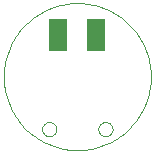
<source format=gtp>
G75*
%MOIN*%
%OFA0B0*%
%FSLAX24Y24*%
%IPPOS*%
%LPD*%
%AMOC8*
5,1,8,0,0,1.08239X$1,22.5*
%
%ADD10C,0.0000*%
%ADD11C,0.0010*%
%ADD12R,0.0600X0.1102*%
D10*
X001396Y001875D02*
X001398Y001905D01*
X001404Y001935D01*
X001413Y001964D01*
X001426Y001991D01*
X001443Y002016D01*
X001462Y002039D01*
X001485Y002060D01*
X001510Y002077D01*
X001536Y002091D01*
X001565Y002101D01*
X001594Y002108D01*
X001624Y002111D01*
X001655Y002110D01*
X001685Y002105D01*
X001714Y002096D01*
X001741Y002084D01*
X001767Y002069D01*
X001791Y002050D01*
X001812Y002028D01*
X001830Y002004D01*
X001845Y001977D01*
X001856Y001949D01*
X001864Y001920D01*
X001868Y001890D01*
X001868Y001860D01*
X001864Y001830D01*
X001856Y001801D01*
X001845Y001773D01*
X001830Y001746D01*
X001812Y001722D01*
X001791Y001700D01*
X001767Y001681D01*
X001741Y001666D01*
X001714Y001654D01*
X001685Y001645D01*
X001655Y001640D01*
X001624Y001639D01*
X001594Y001642D01*
X001565Y001649D01*
X001536Y001659D01*
X001510Y001673D01*
X001485Y001690D01*
X001462Y001711D01*
X001443Y001734D01*
X001426Y001759D01*
X001413Y001786D01*
X001404Y001815D01*
X001398Y001845D01*
X001396Y001875D01*
X003271Y001875D02*
X003273Y001905D01*
X003279Y001935D01*
X003288Y001964D01*
X003301Y001991D01*
X003318Y002016D01*
X003337Y002039D01*
X003360Y002060D01*
X003385Y002077D01*
X003411Y002091D01*
X003440Y002101D01*
X003469Y002108D01*
X003499Y002111D01*
X003530Y002110D01*
X003560Y002105D01*
X003589Y002096D01*
X003616Y002084D01*
X003642Y002069D01*
X003666Y002050D01*
X003687Y002028D01*
X003705Y002004D01*
X003720Y001977D01*
X003731Y001949D01*
X003739Y001920D01*
X003743Y001890D01*
X003743Y001860D01*
X003739Y001830D01*
X003731Y001801D01*
X003720Y001773D01*
X003705Y001746D01*
X003687Y001722D01*
X003666Y001700D01*
X003642Y001681D01*
X003616Y001666D01*
X003589Y001654D01*
X003560Y001645D01*
X003530Y001640D01*
X003499Y001639D01*
X003469Y001642D01*
X003440Y001649D01*
X003411Y001659D01*
X003385Y001673D01*
X003360Y001690D01*
X003337Y001711D01*
X003318Y001734D01*
X003301Y001759D01*
X003288Y001786D01*
X003279Y001815D01*
X003273Y001845D01*
X003271Y001875D01*
D11*
X000119Y003625D02*
X000121Y003724D01*
X000127Y003822D01*
X000137Y003920D01*
X000151Y004018D01*
X000169Y004115D01*
X000190Y004211D01*
X000216Y004307D01*
X000245Y004401D01*
X000278Y004494D01*
X000315Y004585D01*
X000356Y004675D01*
X000400Y004764D01*
X000447Y004850D01*
X000498Y004934D01*
X000553Y005017D01*
X000610Y005097D01*
X000671Y005174D01*
X000735Y005250D01*
X000802Y005322D01*
X000872Y005392D01*
X000944Y005459D01*
X001020Y005523D01*
X001097Y005584D01*
X001177Y005641D01*
X001260Y005696D01*
X001344Y005747D01*
X001430Y005794D01*
X001519Y005838D01*
X001609Y005879D01*
X001700Y005916D01*
X001793Y005949D01*
X001887Y005978D01*
X001983Y006004D01*
X002079Y006025D01*
X002176Y006043D01*
X002274Y006057D01*
X002372Y006067D01*
X002470Y006073D01*
X002569Y006075D01*
X002668Y006073D01*
X002766Y006067D01*
X002864Y006057D01*
X002962Y006043D01*
X003059Y006025D01*
X003155Y006004D01*
X003251Y005978D01*
X003345Y005949D01*
X003438Y005916D01*
X003529Y005879D01*
X003619Y005838D01*
X003708Y005794D01*
X003794Y005747D01*
X003878Y005696D01*
X003961Y005641D01*
X004041Y005584D01*
X004118Y005523D01*
X004194Y005459D01*
X004266Y005392D01*
X004336Y005322D01*
X004403Y005250D01*
X004467Y005174D01*
X004528Y005097D01*
X004585Y005017D01*
X004640Y004934D01*
X004691Y004850D01*
X004738Y004764D01*
X004782Y004675D01*
X004823Y004585D01*
X004860Y004494D01*
X004893Y004401D01*
X004922Y004307D01*
X004948Y004211D01*
X004969Y004115D01*
X004987Y004018D01*
X005001Y003920D01*
X005011Y003822D01*
X005017Y003724D01*
X005019Y003625D01*
X005017Y003526D01*
X005011Y003428D01*
X005001Y003330D01*
X004987Y003232D01*
X004969Y003135D01*
X004948Y003039D01*
X004922Y002943D01*
X004893Y002849D01*
X004860Y002756D01*
X004823Y002665D01*
X004782Y002575D01*
X004738Y002486D01*
X004691Y002400D01*
X004640Y002316D01*
X004585Y002233D01*
X004528Y002153D01*
X004467Y002076D01*
X004403Y002000D01*
X004336Y001928D01*
X004266Y001858D01*
X004194Y001791D01*
X004118Y001727D01*
X004041Y001666D01*
X003961Y001609D01*
X003878Y001554D01*
X003794Y001503D01*
X003708Y001456D01*
X003619Y001412D01*
X003529Y001371D01*
X003438Y001334D01*
X003345Y001301D01*
X003251Y001272D01*
X003155Y001246D01*
X003059Y001225D01*
X002962Y001207D01*
X002864Y001193D01*
X002766Y001183D01*
X002668Y001177D01*
X002569Y001175D01*
X002470Y001177D01*
X002372Y001183D01*
X002274Y001193D01*
X002176Y001207D01*
X002079Y001225D01*
X001983Y001246D01*
X001887Y001272D01*
X001793Y001301D01*
X001700Y001334D01*
X001609Y001371D01*
X001519Y001412D01*
X001430Y001456D01*
X001344Y001503D01*
X001260Y001554D01*
X001177Y001609D01*
X001097Y001666D01*
X001020Y001727D01*
X000944Y001791D01*
X000872Y001858D01*
X000802Y001928D01*
X000735Y002000D01*
X000671Y002076D01*
X000610Y002153D01*
X000553Y002233D01*
X000498Y002316D01*
X000447Y002400D01*
X000400Y002486D01*
X000356Y002575D01*
X000315Y002665D01*
X000278Y002756D01*
X000245Y002849D01*
X000216Y002943D01*
X000190Y003039D01*
X000169Y003135D01*
X000151Y003232D01*
X000137Y003330D01*
X000127Y003428D01*
X000121Y003526D01*
X000119Y003625D01*
D12*
X001939Y005000D03*
X003199Y005000D03*
M02*

</source>
